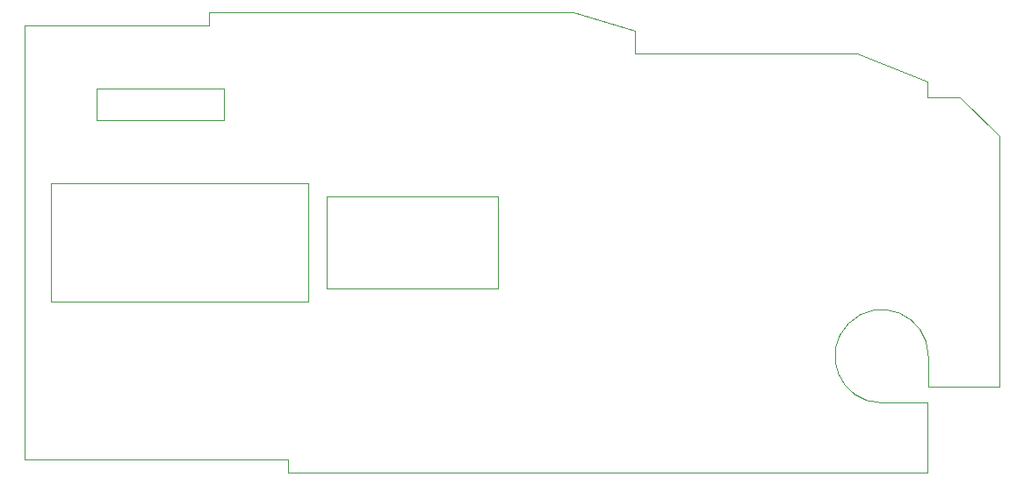
<source format=gbr>
G04 #@! TF.GenerationSoftware,KiCad,Pcbnew,5.99.0-unknown-d20d310~86~ubuntu18.04.1*
G04 #@! TF.CreationDate,2019-12-01T17:32:32+00:00*
G04 #@! TF.ProjectId,mouse8,6d6f7573-6538-42e6-9b69-6361645f7063,rev?*
G04 #@! TF.SameCoordinates,Original*
G04 #@! TF.FileFunction,Profile,NP*
%FSLAX46Y46*%
G04 Gerber Fmt 4.6, Leading zero omitted, Abs format (unit mm)*
G04 Created by KiCad (PCBNEW 5.99.0-unknown-d20d310~86~ubuntu18.04.1) date 2019-12-01 17:32:32*
%MOMM*%
%LPD*%
G04 APERTURE LIST*
%ADD10C,0.050000*%
G04 APERTURE END LIST*
D10*
X94150000Y89606250D02*
X58980000Y89606250D01*
X100075000Y87831250D02*
X94150000Y89606250D01*
X100075000Y87831250D02*
X100075000Y85581250D01*
X131400000Y81356250D02*
X135175000Y77656250D01*
X128195000Y81351250D02*
X131400000Y81356250D01*
X128200000Y82906250D02*
X128195000Y81351250D01*
X121475000Y85581250D02*
X128200000Y82906250D01*
X100075000Y85581250D02*
X121475000Y85581250D01*
X128195000Y45156250D02*
X66600000Y45156250D01*
X135175000Y77656250D02*
X135180000Y53411250D01*
X128325000Y53431250D02*
X135180000Y53411250D01*
X128200000Y51856250D02*
X128195000Y45156250D01*
X128325000Y56356250D02*
X128325000Y53431250D01*
X123825000Y51856250D02*
X128200000Y51856250D01*
X123825000Y51856250D02*
G75*
G02X128325000Y56356250I0J4500000D01*
G01*
X48108800Y82189450D02*
X48108800Y79192250D01*
X60453200Y82189450D02*
X48108800Y82189450D01*
X60453200Y79192250D02*
X60453200Y82189450D01*
X48108800Y79192250D02*
X60453200Y79192250D01*
X43740000Y73096250D02*
X68505000Y73096250D01*
X70283000Y62936250D02*
X70283000Y71826250D01*
X86793000Y62936250D02*
X70283000Y62936250D01*
X86793000Y71826250D02*
X86793000Y62936250D01*
X70283000Y71826250D02*
X86793000Y71826250D01*
X66600000Y46426250D02*
X66600000Y45156250D01*
X41200000Y46426250D02*
X66600000Y46426250D01*
X58980000Y88336250D02*
X41200000Y88336250D01*
X58980000Y89606250D02*
X58980000Y88336250D01*
X43740000Y61666250D02*
X43740000Y62301250D01*
X68505000Y61666250D02*
X68505000Y62301250D01*
X68505000Y73096250D02*
X68505000Y62301250D01*
X43740000Y62301250D02*
X43740000Y73096250D01*
X68505000Y61666250D02*
X43740000Y61666250D01*
X41200000Y46426250D02*
X41200000Y88336250D01*
M02*

</source>
